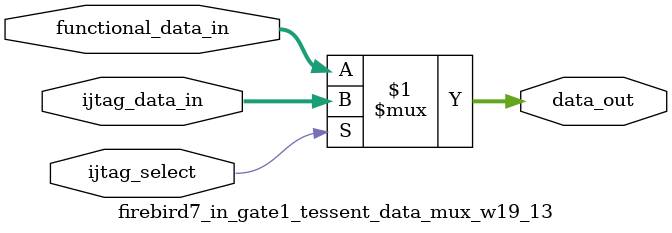
<source format=sv>

module firebird7_in_gate1_tessent_data_mux_w19_13 (
  input wire ijtag_select,
  input wire [18:0]  functional_data_in,
  input wire [18:0]  ijtag_data_in,
  output wire [18:0] data_out
);
assign data_out = (ijtag_select) ? ijtag_data_in : functional_data_in;
endmodule

</source>
